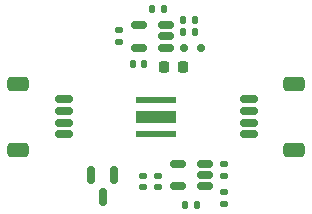
<source format=gtp>
%TF.GenerationSoftware,KiCad,Pcbnew,7.0.8-7.0.8~ubuntu22.04.1*%
%TF.CreationDate,2024-02-19T17:58:31-08:00*%
%TF.ProjectId,275nm_SU_CULBN2_24mA,3237356e-6d5f-4535-955f-43554c424e32,rev?*%
%TF.SameCoordinates,Original*%
%TF.FileFunction,Paste,Top*%
%TF.FilePolarity,Positive*%
%FSLAX46Y46*%
G04 Gerber Fmt 4.6, Leading zero omitted, Abs format (unit mm)*
G04 Created by KiCad (PCBNEW 7.0.8-7.0.8~ubuntu22.04.1) date 2024-02-19 17:58:31*
%MOMM*%
%LPD*%
G01*
G04 APERTURE LIST*
G04 Aperture macros list*
%AMRoundRect*
0 Rectangle with rounded corners*
0 $1 Rounding radius*
0 $2 $3 $4 $5 $6 $7 $8 $9 X,Y pos of 4 corners*
0 Add a 4 corners polygon primitive as box body*
4,1,4,$2,$3,$4,$5,$6,$7,$8,$9,$2,$3,0*
0 Add four circle primitives for the rounded corners*
1,1,$1+$1,$2,$3*
1,1,$1+$1,$4,$5*
1,1,$1+$1,$6,$7*
1,1,$1+$1,$8,$9*
0 Add four rect primitives between the rounded corners*
20,1,$1+$1,$2,$3,$4,$5,0*
20,1,$1+$1,$4,$5,$6,$7,0*
20,1,$1+$1,$6,$7,$8,$9,0*
20,1,$1+$1,$8,$9,$2,$3,0*%
G04 Aperture macros list end*
%ADD10RoundRect,0.150000X-0.150000X-0.200000X0.150000X-0.200000X0.150000X0.200000X-0.150000X0.200000X0*%
%ADD11R,3.400000X0.550000*%
%ADD12R,3.400000X1.000000*%
%ADD13RoundRect,0.150000X-0.625000X0.150000X-0.625000X-0.150000X0.625000X-0.150000X0.625000X0.150000X0*%
%ADD14RoundRect,0.250000X-0.650000X0.350000X-0.650000X-0.350000X0.650000X-0.350000X0.650000X0.350000X0*%
%ADD15RoundRect,0.150000X0.625000X-0.150000X0.625000X0.150000X-0.625000X0.150000X-0.625000X-0.150000X0*%
%ADD16RoundRect,0.250000X0.650000X-0.350000X0.650000X0.350000X-0.650000X0.350000X-0.650000X-0.350000X0*%
%ADD17RoundRect,0.135000X-0.185000X0.135000X-0.185000X-0.135000X0.185000X-0.135000X0.185000X0.135000X0*%
%ADD18RoundRect,0.135000X0.135000X0.185000X-0.135000X0.185000X-0.135000X-0.185000X0.135000X-0.185000X0*%
%ADD19RoundRect,0.135000X0.185000X-0.135000X0.185000X0.135000X-0.185000X0.135000X-0.185000X-0.135000X0*%
%ADD20RoundRect,0.150000X0.512500X0.150000X-0.512500X0.150000X-0.512500X-0.150000X0.512500X-0.150000X0*%
%ADD21RoundRect,0.140000X0.170000X-0.140000X0.170000X0.140000X-0.170000X0.140000X-0.170000X-0.140000X0*%
%ADD22RoundRect,0.218750X-0.218750X-0.256250X0.218750X-0.256250X0.218750X0.256250X-0.218750X0.256250X0*%
%ADD23RoundRect,0.135000X-0.135000X-0.185000X0.135000X-0.185000X0.135000X0.185000X-0.135000X0.185000X0*%
%ADD24RoundRect,0.140000X0.140000X0.170000X-0.140000X0.170000X-0.140000X-0.170000X0.140000X-0.170000X0*%
%ADD25RoundRect,0.140000X-0.140000X-0.170000X0.140000X-0.170000X0.140000X0.170000X-0.140000X0.170000X0*%
%ADD26RoundRect,0.150000X-0.150000X0.587500X-0.150000X-0.587500X0.150000X-0.587500X0.150000X0.587500X0*%
G04 APERTURE END LIST*
D10*
%TO.C,D2*%
X66475000Y-54150000D03*
X65075000Y-54150000D03*
%TD*%
D11*
%TO.C,D1*%
X62700000Y-58575000D03*
X62700000Y-61425000D03*
D12*
X62700000Y-60000000D03*
%TD*%
D13*
%TO.C,J1*%
X54880000Y-58500000D03*
X54880000Y-59500000D03*
X54880000Y-60500000D03*
X54880000Y-61500000D03*
D14*
X51005000Y-57200000D03*
X51005000Y-62800000D03*
%TD*%
D15*
%TO.C,J2*%
X70520000Y-61500000D03*
X70520000Y-60500000D03*
X70520000Y-59500000D03*
X70520000Y-58500000D03*
D16*
X74395000Y-62800000D03*
X74395000Y-57200000D03*
%TD*%
D17*
%TO.C,R1*%
X68427600Y-63982600D03*
X68427600Y-65002600D03*
%TD*%
D18*
%TO.C,R6*%
X63349600Y-50876200D03*
X62329600Y-50876200D03*
%TD*%
D19*
%TO.C,R4*%
X59563000Y-53674200D03*
X59563000Y-52654200D03*
%TD*%
D20*
%TO.C,U2*%
X66795200Y-65881000D03*
X66795200Y-64931000D03*
X66795200Y-63981000D03*
X64520200Y-63981000D03*
X64520200Y-65881000D03*
%TD*%
D21*
%TO.C,C3*%
X62845200Y-65936000D03*
X62845200Y-64976000D03*
%TD*%
D19*
%TO.C,R3*%
X68427600Y-67360800D03*
X68427600Y-66340800D03*
%TD*%
D22*
%TO.C,L1*%
X63372900Y-55753000D03*
X64947900Y-55753000D03*
%TD*%
D23*
%TO.C,R2*%
X65150200Y-67481000D03*
X66170200Y-67481000D03*
%TD*%
D24*
%TO.C,C1*%
X61671200Y-55499000D03*
X60711200Y-55499000D03*
%TD*%
D21*
%TO.C,C4*%
X61620200Y-65941000D03*
X61620200Y-64981000D03*
%TD*%
D25*
%TO.C,C2*%
X65010200Y-52839800D03*
X65970200Y-52839800D03*
%TD*%
D26*
%TO.C,Q1*%
X59105800Y-64897000D03*
X57205800Y-64897000D03*
X58155800Y-66772000D03*
%TD*%
D18*
%TO.C,R5*%
X65970200Y-51773000D03*
X64950200Y-51773000D03*
%TD*%
D20*
%TO.C,U1*%
X63494000Y-54147800D03*
X63494000Y-53197800D03*
X63494000Y-52247800D03*
X61219000Y-52247800D03*
X61219000Y-54147800D03*
%TD*%
M02*

</source>
